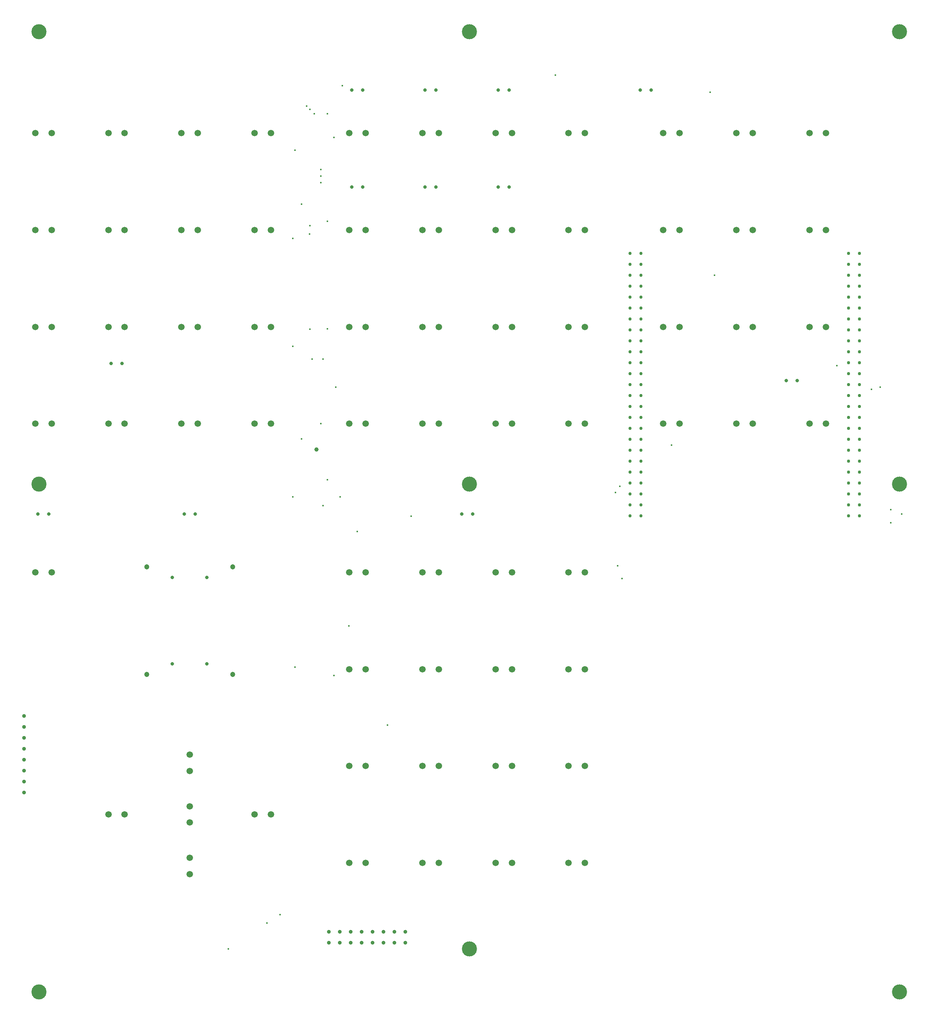
<source format=gbr>
%FSTAX23Y23*%
%MOIN*%
%SFA1B1*%

%IPPOS*%
%ADD55C,0.059055*%
%ADD56C,0.031496*%
%ADD57C,0.035433*%
%ADD58C,0.059055*%
%ADD59C,0.030000*%
%ADD60C,0.035433*%
%ADD61C,0.047244*%
%ADD62C,0.137795*%
%ADD63C,0.137795*%
%ADD64C,0.137795*%
%ADD65C,0.137795*%
%ADD66C,0.137795*%
%ADD67C,0.137795*%
%ADD68C,0.137795*%
%ADD69C,0.137795*%
%ADD70C,0.137795*%
%ADD71C,0.015748*%
%ADD72C,0.039370*%
%LNkeyboardmain_pth_drill-1*%
%LPD*%
G54D55*
X06066Y08051D03*
X06216D03*
X07405Y05393D03*
X07555D03*
X07405Y06279D03*
X07555D03*
X07405Y07165D03*
X07555D03*
X07405Y08051D03*
X07555D03*
X06736Y05393D03*
X06885D03*
X06736Y06279D03*
X06885D03*
X06736Y07165D03*
X06885D03*
X06736Y08051D03*
X06885D03*
X06066Y05393D03*
X06216D03*
X06066Y06279D03*
X06216D03*
X06066Y07165D03*
X06216D03*
X052Y05393D03*
X0535D03*
X04531D03*
X04681D03*
X03862D03*
X04011D03*
X03192D03*
X03342D03*
X052Y06279D03*
X0535D03*
X04531D03*
X04681D03*
X03862D03*
X04011D03*
X03192D03*
X03342D03*
X052Y07165D03*
X0535D03*
X04531D03*
X04681D03*
X03862D03*
X04011D03*
X03192D03*
X03342D03*
X052Y08051D03*
X0535D03*
X04531D03*
X04681D03*
X03862D03*
X04011D03*
X03192D03*
X03342D03*
X052Y04035D03*
X0535D03*
X052Y03149D03*
X0535D03*
X052Y02263D03*
X0535D03*
X052Y01377D03*
X0535D03*
X04531D03*
X04681D03*
X03862D03*
X04011D03*
X04531Y04035D03*
X04681D03*
X03862D03*
X04011D03*
X03192D03*
X03342D03*
X04531Y03149D03*
X04681D03*
X03862D03*
X04011D03*
X03192D03*
X03342D03*
X04531Y02263D03*
X04681D03*
X03862D03*
X04011D03*
X03192D03*
X03342D03*
X03192Y01377D03*
X03342D03*
X02326Y0182D03*
X02476D03*
X00988D03*
X01137D03*
X00318Y04035D03*
X00468D03*
X02326Y05393D03*
X02476D03*
X01657D03*
X01807D03*
X00988D03*
X01137D03*
X00318D03*
X00468D03*
X02326Y06279D03*
X02476D03*
X01657D03*
X01807D03*
X00988D03*
X01137D03*
X00318D03*
X00468D03*
X02326Y07165D03*
X02476D03*
X01657D03*
X01807D03*
X00988D03*
X01137D03*
X00318D03*
X00468D03*
X02326Y08051D03*
X02476D03*
X01657D03*
X01807D03*
X00988D03*
X01137D03*
X00318D03*
X00468D03*
G54D56*
X01112Y05944D03*
X01012D03*
X04321Y04566D03*
X04221D03*
X01782D03*
X01682D03*
X00443D03*
X00343D03*
X07294Y05787D03*
X07194D03*
X04656Y07559D03*
X04556D03*
X03987D03*
X03887D03*
X03317D03*
X03217D03*
X05955Y08444D03*
X05855D03*
X04656D03*
X04556D03*
X03987D03*
X03887D03*
X03317D03*
X03217D03*
X01889Y03198D03*
X01574D03*
X01889Y03986D03*
X01574D03*
G54D57*
X03707Y00649D03*
Y00749D03*
X03607Y00649D03*
Y00749D03*
X03507Y00649D03*
Y00749D03*
X03407Y00649D03*
Y00749D03*
X03307Y00649D03*
Y00749D03*
X03207Y00649D03*
Y00749D03*
X03107Y00649D03*
Y00749D03*
X03007Y00649D03*
Y00749D03*
G54D58*
X01732Y01746D03*
Y01895D03*
X01732Y01273D03*
Y01423D03*
Y02218D03*
Y02368D03*
G54D59*
X07861Y06951D03*
X07761D03*
X07861Y06851D03*
X07761D03*
X07861Y06751D03*
X07761D03*
X07861Y06651D03*
X07761D03*
X07861Y06551D03*
X07761D03*
X07861Y06451D03*
X07761D03*
X07861Y06351D03*
X07761D03*
X07861Y06251D03*
X07761D03*
X07861Y06151D03*
X07761D03*
X07861Y06051D03*
X07761D03*
X07861Y05951D03*
X07761D03*
X07861Y05851D03*
X07761D03*
X07861Y05751D03*
X07761D03*
X07861Y05651D03*
X07761D03*
X07861Y05551D03*
X07761D03*
X07861Y05451D03*
X07761D03*
X07861Y05351D03*
X07761D03*
X07861Y05251D03*
X07761D03*
X07861Y05151D03*
X07761D03*
X07861Y05051D03*
X07761D03*
X07861Y04951D03*
X07761D03*
X07861Y04851D03*
X07761D03*
X07861Y04751D03*
X07761D03*
X07861Y04651D03*
X07761D03*
X07861Y04551D03*
X07761D03*
X05861Y06951D03*
X05761D03*
X05861Y06851D03*
X05761D03*
X05861Y06751D03*
X05761D03*
X05861Y06651D03*
X05761D03*
X05861Y06551D03*
X05761D03*
X05861Y06451D03*
X05761D03*
X05861Y06351D03*
X05761D03*
X05861Y06251D03*
X05761D03*
X05861Y06151D03*
X05761D03*
X05861Y06051D03*
X05761D03*
X05861Y05951D03*
X05761D03*
X05861Y05851D03*
X05761D03*
X05861Y05751D03*
X05761D03*
X05861Y05651D03*
X05761D03*
X05861Y05551D03*
X05761D03*
X05861Y05451D03*
X05761D03*
X05861Y05351D03*
X05761D03*
X05861Y05251D03*
X05761D03*
X05861Y05151D03*
X05761D03*
X05861Y05051D03*
X05761D03*
X05861Y04951D03*
X05761D03*
X05861Y04851D03*
X05761D03*
X05861Y04751D03*
X05761D03*
X05861Y04651D03*
X05761D03*
X05861Y04551D03*
X05761D03*
G54D60*
X00216Y02721D03*
Y02621D03*
Y02521D03*
Y02421D03*
Y02321D03*
Y02221D03*
Y02121D03*
Y02021D03*
G54D61*
X02125Y04084D03*
X01338D03*
X02125Y031D03*
X01338D03*
G54D62*
X00354Y08976D03*
G54D63*
X00354Y04842D03*
G54D64*
X00354Y00196D03*
G54D65*
X04291Y08976D03*
G54D66*
X04291Y04842D03*
G54D67*
X04291Y0059D03*
G54D68*
X08228Y00196D03*
G54D69*
X08228Y04842D03*
G54D70*
X08228Y08976D03*
G54D71*
X07657Y05925D03*
X06496Y08425D03*
X06535Y06751D03*
X02755Y05255D03*
X06141Y05196D03*
X05078Y08582D03*
X03129Y08484D03*
X02933Y07716D03*
X02933Y07657D03*
Y07598D03*
X05669Y04822D03*
X05629Y04763D03*
X05688Y03976D03*
X05649Y04094D03*
X02696Y03169D03*
X08149Y04606D03*
X03051Y0309D03*
X0311Y04724D03*
X08051Y05728D03*
X03543Y02637D03*
X03759Y04547D03*
X03188Y03543D03*
X03267Y04409D03*
X02933Y05393D03*
X03051Y08011D03*
X0307Y05728D03*
X07972Y05708D03*
X08248Y04566D03*
X08149Y04488D03*
X02677Y07086D03*
Y06102D03*
Y04724D03*
X02086Y0059D03*
X02696Y07893D03*
X02832Y06257D03*
X02952Y05984D03*
X02854D03*
X02755Y07401D03*
X0283Y07128D03*
X02834Y07204D03*
X02991Y0626D03*
X02992Y07244D03*
Y04881D03*
X0244Y00826D03*
X02992Y08228D03*
X02559Y00905D03*
X02952Y04645D03*
X02803Y08297D03*
X02834Y08267D03*
X02874Y08228D03*
G54D72*
X02893Y05157D03*
M02*
</source>
